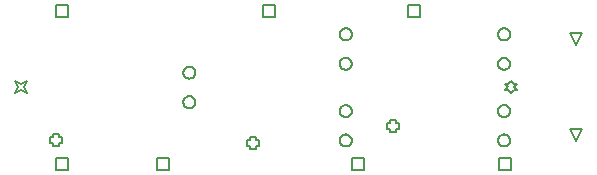
<source format=gbr>
%FSTAX25Y25*%
%MOMM*%
%SFA1B1*%

%IPPOS*%
%ADD50C,0.127000*%
%ADD51C,0.169330*%
%LNmicamp_drawing_1-1*%
%LPD*%
G54D50*
X-4400798Y0599198D02*
Y0700798D01*
X-4299198*
Y0599198*
X-4400798*
Y-0700798D02*
Y-0599198D01*
X-4299198*
Y-0700798*
X-4400798*
X-3550798D02*
Y-0599198D01*
X-3449198*
Y-0700798*
X-3550798*
X-2650799Y0599198D02*
Y0700798D01*
X-2549199*
Y0599198*
X-2650799*
X-1900798Y-0700798D02*
Y-0599198D01*
X-1799198*
Y-0700798*
X-1900798*
X-1425798Y0599198D02*
Y0700798D01*
X-1324198*
Y0599198*
X-1425798*
X-0650798Y-0700798D02*
Y-0599198D01*
X-0549198*
Y-0700798*
X-0650798*
X0Y-0456798D02*
X-00508Y-0355198D01*
X00508*
X0Y-0456798*
Y0355198D02*
X-00508Y0456798D01*
X00508*
X0Y0355198*
X-0549998Y-00508D02*
X-0524598Y-00254D01*
X-0499198*
X-0524598Y0*
X-0499198Y00254*
X-0524598*
X-0549998Y00508*
X-0575398Y00254*
X-0600798*
X-0575398Y0*
X-0600798Y-00254*
X-0575398*
X-0549998Y-00508*
X-4750798D02*
X-4725398Y0D01*
X-4750798Y00508*
X-4699998Y00254*
X-4649198Y00508*
X-4674598Y0*
X-4649198Y-00508*
X-4699998Y-00254*
X-4750798Y-00508*
X-1571599Y-0356699D02*
Y-0382099D01*
X-1520799*
Y-0356699*
X-1495399*
Y-0305899*
X-1520799*
Y-0280499*
X-1571599*
Y-0305899*
X-1596999*
Y-0356699*
X-1571599*
X-2764393Y-0495399D02*
Y-0520799D01*
X-2713593*
Y-0495399*
X-2688193*
Y-0444599*
X-2713593*
Y-0419199*
X-2764393*
Y-0444599*
X-2789793*
Y-0495399*
X-2764393*
X-4425398Y-0470397D02*
Y-0495797D01*
X-4374598*
Y-0470397*
X-4349198*
Y-0419597*
X-4374598*
Y-0394197*
X-4425398*
Y-0419597*
X-4450798*
Y-0470397*
X-4425398*
G54D51*
X-1899198Y-0449999D02*
D01*
X-1899323Y-0446455*
X-1899693Y-0442927*
X-1900308Y-0439437*
X-1901167Y-0435996*
X-1902261Y-0432622*
X-190359Y-0429336*
X-1905144Y-0426148*
X-1906917Y-0423077*
X-1908901Y-0420138*
X-1911083Y-0417344*
X-1913455Y-041471*
X-1916005Y-0412247*
X-1918723Y-0409968*
X-1921591Y-0407883*
X-1924598Y-0406003*
X-192773Y-040434*
X-1930968Y-0402897*
X-1934301Y-0401685*
X-193771Y-0400707*
X-1941177Y-0399971*
X-1944687Y-0399475*
X-1948225Y-0399229*
X-1951771*
X-1955309Y-0399475*
X-195882Y-0399971*
X-1962287Y-0400707*
X-1965695Y-0401685*
X-1969028Y-0402897*
X-1972266Y-040434*
X-1975398Y-0406003*
X-1978406Y-0407883*
X-1981273Y-0409968*
X-1983991Y-0412247*
X-1986541Y-041471*
X-1988913Y-0417344*
X-1991095Y-0420138*
X-1993079Y-0423077*
X-1994852Y-0426148*
X-1996406Y-0429336*
X-1997735Y-0432622*
X-199883Y-0435996*
X-1999688Y-0439437*
X-2000303Y-0442927*
X-2000674Y-0446455*
X-2000798Y-0449999*
X-2000674Y-0453542*
X-2000303Y-0457067*
X-1999688Y-046056*
X-199883Y-0464002*
X-1997735Y-0467372*
X-1996406Y-0470662*
X-1994852Y-0473847*
X-1993079Y-0476918*
X-1991095Y-0479859*
X-1988913Y-0482653*
X-1986541Y-0485287*
X-1983991Y-0487751*
X-1981273Y-0490029*
X-1978406Y-0492114*
X-1975398Y-0493991*
X-1972266Y-0495658*
X-1969028Y-04971*
X-1965695Y-0498312*
X-1962287Y-049929*
X-195882Y-0500026*
X-1955309Y-0500519*
X-1951771Y-0500768*
X-1948225*
X-1944687Y-0500519*
X-1941177Y-0500026*
X-193771Y-049929*
X-1934301Y-0498312*
X-1930968Y-04971*
X-192773Y-0495658*
X-1924598Y-0493991*
X-1921591Y-0492114*
X-1918723Y-0490029*
X-1916005Y-0487751*
X-1913455Y-0485287*
X-1911083Y-0482653*
X-1908901Y-0479859*
X-1906917Y-0476918*
X-1905144Y-0473847*
X-190359Y-0470662*
X-1902261Y-0467372*
X-1901167Y-0464002*
X-1900308Y-046056*
X-1899693Y-0457067*
X-1899323Y-0453542*
X-1899198Y-0449999*
Y-0199999D02*
D01*
X-1899323Y-0196456*
X-1899693Y-0192928*
X-1900308Y-0189435*
X-1901167Y-0185996*
X-1902261Y-0182623*
X-190359Y-0179336*
X-1905144Y-0176149*
X-1906917Y-0173078*
X-1908901Y-0170139*
X-1911083Y-0167345*
X-1913455Y-0164708*
X-1916005Y-0162247*
X-1918723Y-0159966*
X-1921591Y-0157883*
X-1924598Y-0156004*
X-192773Y-015434*
X-1930968Y-0152897*
X-1934301Y-0151686*
X-193771Y-0150708*
X-1941177Y-0149971*
X-1944687Y-0149476*
X-1948225Y-014923*
X-1951771*
X-1955309Y-0149476*
X-195882Y-0149971*
X-1962287Y-0150708*
X-1965695Y-0151686*
X-1969028Y-0152897*
X-1972266Y-015434*
X-1975398Y-0156004*
X-1978406Y-0157883*
X-1981273Y-0159966*
X-1983991Y-0162247*
X-1986541Y-0164708*
X-1988913Y-0167345*
X-1991095Y-0170139*
X-1993079Y-0173078*
X-1994852Y-0176149*
X-1996406Y-0179336*
X-1997735Y-0182623*
X-199883Y-0185996*
X-1999688Y-0189435*
X-2000303Y-0192928*
X-2000674Y-0196456*
X-2000798Y-0199999*
X-2000674Y-0203542*
X-2000303Y-0207068*
X-1999688Y-021056*
X-199883Y-0214*
X-1997735Y-0217373*
X-1996406Y-0220659*
X-1994852Y-0223847*
X-1993079Y-0226918*
X-1991095Y-0229857*
X-1988913Y-0232651*
X-1986541Y-0235287*
X-1983991Y-0237751*
X-1981273Y-024003*
X-1978406Y-0242112*
X-1975398Y-0243992*
X-1972266Y-0245658*
X-1969028Y-0247098*
X-1965695Y-0248312*
X-1962287Y-024929*
X-195882Y-0250027*
X-1955309Y-025052*
X-1951771Y-0250766*
X-1948225*
X-1944687Y-025052*
X-1941177Y-0250027*
X-193771Y-024929*
X-1934301Y-0248312*
X-1930968Y-0247098*
X-192773Y-0245658*
X-1924598Y-0243992*
X-1921591Y-0242112*
X-1918723Y-024003*
X-1916005Y-0237751*
X-1913455Y-0235287*
X-1911083Y-0232651*
X-1908901Y-0229857*
X-1906917Y-0226918*
X-1905144Y-0223847*
X-190359Y-0220659*
X-1902261Y-0217373*
X-1901167Y-0214*
X-1900308Y-021056*
X-1899693Y-0207068*
X-1899323Y-0203542*
X-1899198Y-0199999*
X-3224199Y-0124998D02*
D01*
X-3224321Y-0121455*
X-3224692Y-0117929*
X-3225309Y-0114437*
X-3226165Y-0110995*
X-3227263Y-0107624*
X-3228591Y-0104335*
X-3230145Y-010115*
X-3231918Y-0098079*
X-32339Y-0095138*
X-3236084Y-0092344*
X-3238456Y-008971*
X-3241006Y-0087246*
X-3243722Y-0084968*
X-3246592Y-0082882*
X-3249599Y-0081005*
X-3252729Y-0079339*
X-3255967Y-0077896*
X-32593Y-0076685*
X-3262708Y-0075707*
X-3266178Y-007497*
X-3269688Y-0074477*
X-3273226Y-0074228*
X-3276772*
X-3280308Y-0074477*
X-3283821Y-007497*
X-3287288Y-0075707*
X-3290697Y-0076685*
X-3294029Y-0077896*
X-3297267Y-0079339*
X-3300399Y-0081005*
X-3303404Y-0082882*
X-3306274Y-0084968*
X-330899Y-0087246*
X-331154Y-008971*
X-3313912Y-0092344*
X-3316097Y-0095138*
X-331808Y-0098079*
X-3319853Y-010115*
X-3321405Y-0104335*
X-3322734Y-0107624*
X-3323831Y-0110995*
X-3324689Y-0114437*
X-3325304Y-0117929*
X-3325675Y-0121455*
X-3325799Y-0124998*
X-3325675Y-0128541*
X-3325304Y-0132069*
X-3324689Y-0135559*
X-3323831Y-0139001*
X-3322734Y-0142374*
X-3321405Y-0145661*
X-3319853Y-0148849*
X-331808Y-0151917*
X-3316097Y-0154858*
X-3313912Y-0157652*
X-331154Y-0160286*
X-330899Y-016275*
X-3306274Y-0165028*
X-3303404Y-0167114*
X-3300399Y-0168993*
X-3297267Y-0170657*
X-3294029Y-01721*
X-3290697Y-0173311*
X-3287288Y-0174289*
X-3283821Y-0175026*
X-3280308Y-0175521*
X-3276772Y-0175768*
X-3273226*
X-3269688Y-0175521*
X-3266178Y-0175026*
X-3262708Y-0174289*
X-32593Y-0173311*
X-3255967Y-01721*
X-3252729Y-0170657*
X-3249599Y-0168993*
X-3246592Y-0167114*
X-3243722Y-0165028*
X-3241006Y-016275*
X-3238456Y-0160286*
X-3236084Y-0157652*
X-32339Y-0154858*
X-3231918Y-0151917*
X-3230145Y-0148849*
X-3228591Y-0145661*
X-3227263Y-0142374*
X-3226165Y-0139001*
X-3225309Y-0135559*
X-3224692Y-0132069*
X-3224321Y-0128541*
X-3224199Y-0124998*
Y0124998D02*
D01*
X-3224321Y0128541*
X-3224692Y0132069*
X-3225309Y0135559*
X-3226165Y0139001*
X-3227263Y0142374*
X-3228591Y0145661*
X-3230145Y0148849*
X-3231918Y0151917*
X-32339Y0154858*
X-3236084Y0157652*
X-3238456Y0160286*
X-3241006Y016275*
X-3243722Y0165028*
X-3246592Y0167114*
X-3249599Y0168993*
X-3252729Y0170657*
X-3255967Y01721*
X-32593Y0173311*
X-3262708Y0174289*
X-3266178Y0175026*
X-3269688Y0175521*
X-3273226Y0175768*
X-3276772*
X-3280308Y0175521*
X-3283821Y0175026*
X-3287288Y0174289*
X-3290697Y0173311*
X-3294029Y01721*
X-3297267Y0170657*
X-3300399Y0168993*
X-3303404Y0167114*
X-3306274Y0165028*
X-330899Y016275*
X-331154Y0160286*
X-3313912Y0157652*
X-3316097Y0154858*
X-331808Y0151917*
X-3319853Y0148849*
X-3321405Y0145661*
X-3322734Y0142374*
X-3323831Y0139001*
X-3324689Y0135559*
X-3325304Y0132069*
X-3325675Y0128541*
X-3325799Y0124998*
X-3325675Y0121455*
X-3325304Y0117929*
X-3324689Y0114437*
X-3323831Y0110995*
X-3322734Y0107624*
X-3321405Y0104335*
X-3319853Y010115*
X-331808Y0098079*
X-3316097Y0095138*
X-3313912Y0092344*
X-331154Y008971*
X-330899Y0087246*
X-3306274Y0084968*
X-3303404Y0082882*
X-3300399Y0081005*
X-3297267Y0079339*
X-3294029Y0077896*
X-3290697Y0076685*
X-3287288Y0075707*
X-3283821Y007497*
X-3280308Y0074477*
X-3276772Y0074228*
X-3273226*
X-3269688Y0074477*
X-3266178Y007497*
X-3262708Y0075707*
X-32593Y0076685*
X-3255967Y0077896*
X-3252729Y0079339*
X-3249599Y0081005*
X-3246592Y0082882*
X-3243722Y0084968*
X-3241006Y0087246*
X-3238456Y008971*
X-3236084Y0092344*
X-32339Y0095138*
X-3231918Y0098079*
X-3230145Y010115*
X-3228591Y0104335*
X-3227263Y0107624*
X-3226165Y0110995*
X-3225309Y0114437*
X-3224692Y0117929*
X-3224321Y0121455*
X-3224199Y0124998*
X-1899198Y0199999D02*
D01*
X-1899323Y0203542*
X-1899693Y0207068*
X-1900308Y021056*
X-1901167Y0214*
X-1902261Y0217373*
X-190359Y0220659*
X-1905144Y0223847*
X-1906917Y0226918*
X-1908901Y0229857*
X-1911083Y0232651*
X-1913455Y0235287*
X-1916005Y0237751*
X-1918723Y024003*
X-1921591Y0242112*
X-1924598Y0243992*
X-192773Y0245658*
X-1930968Y0247098*
X-1934301Y0248312*
X-193771Y024929*
X-1941177Y0250027*
X-1944687Y025052*
X-1948225Y0250766*
X-1951771*
X-1955309Y025052*
X-195882Y0250027*
X-1962287Y024929*
X-1965695Y0248312*
X-1969028Y0247098*
X-1972266Y0245658*
X-1975398Y0243992*
X-1978406Y0242112*
X-1981273Y024003*
X-1983991Y0237751*
X-1986541Y0235287*
X-1988913Y0232651*
X-1991095Y0229857*
X-1993079Y0226918*
X-1994852Y0223847*
X-1996406Y0220659*
X-1997735Y0217373*
X-199883Y0214*
X-1999688Y021056*
X-2000303Y0207068*
X-2000674Y0203542*
X-2000798Y0199999*
X-2000674Y0196456*
X-2000303Y0192928*
X-1999688Y0189435*
X-199883Y0185996*
X-1997735Y0182623*
X-1996406Y0179336*
X-1994852Y0176149*
X-1993079Y0173078*
X-1991095Y0170139*
X-1988913Y0167345*
X-1986541Y0164708*
X-1983991Y0162247*
X-1981273Y0159966*
X-1978406Y0157883*
X-1975398Y0156004*
X-1972266Y015434*
X-1969028Y0152897*
X-1965695Y0151686*
X-1962287Y0150708*
X-195882Y0149971*
X-1955309Y0149476*
X-1951771Y014923*
X-1948225*
X-1944687Y0149476*
X-1941177Y0149971*
X-193771Y0150708*
X-1934301Y0151686*
X-1930968Y0152897*
X-192773Y015434*
X-1924598Y0156004*
X-1921591Y0157883*
X-1918723Y0159966*
X-1916005Y0162247*
X-1913455Y0164708*
X-1911083Y0167345*
X-1908901Y0170139*
X-1906917Y0173078*
X-1905144Y0176149*
X-190359Y0179336*
X-1902261Y0182623*
X-1901167Y0185996*
X-1900308Y0189435*
X-1899693Y0192928*
X-1899323Y0196456*
X-1899198Y0199999*
Y0449999D02*
D01*
X-1899323Y0453542*
X-1899693Y0457067*
X-1900308Y046056*
X-1901167Y0464002*
X-1902261Y0467372*
X-190359Y0470662*
X-1905144Y0473847*
X-1906917Y0476918*
X-1908901Y0479859*
X-1911083Y0482653*
X-1913455Y0485287*
X-1916005Y0487751*
X-1918723Y0490029*
X-1921591Y0492114*
X-1924598Y0493991*
X-192773Y0495658*
X-1930968Y04971*
X-1934301Y0498312*
X-193771Y049929*
X-1941177Y0500026*
X-1944687Y0500519*
X-1948225Y0500768*
X-1951771*
X-1955309Y0500519*
X-195882Y0500026*
X-1962287Y049929*
X-1965695Y0498312*
X-1969028Y04971*
X-1972266Y0495658*
X-1975398Y0493991*
X-1978406Y0492114*
X-1981273Y0490029*
X-1983991Y0487751*
X-1986541Y0485287*
X-1988913Y0482653*
X-1991095Y0479859*
X-1993079Y0476918*
X-1994852Y0473847*
X-1996406Y0470662*
X-1997735Y0467372*
X-199883Y0464002*
X-1999688Y046056*
X-2000303Y0457067*
X-2000674Y0453542*
X-2000798Y0449999*
X-2000674Y0446455*
X-2000303Y0442927*
X-1999688Y0439437*
X-199883Y0435996*
X-1997735Y0432622*
X-1996406Y0429336*
X-1994852Y0426148*
X-1993079Y0423077*
X-1991095Y0420138*
X-1988913Y0417344*
X-1986541Y041471*
X-1983991Y0412247*
X-1981273Y0409968*
X-1978406Y0407883*
X-1975398Y0406003*
X-1972266Y040434*
X-1969028Y0402897*
X-1965695Y0401685*
X-1962287Y0400707*
X-195882Y0399971*
X-1955309Y0399475*
X-1951771Y0399229*
X-1948225*
X-1944687Y0399475*
X-1941177Y0399971*
X-193771Y0400707*
X-1934301Y0401685*
X-1930968Y0402897*
X-192773Y040434*
X-1924598Y0406003*
X-1921591Y0407883*
X-1918723Y0409968*
X-1916005Y0412247*
X-1913455Y041471*
X-1911083Y0417344*
X-1908901Y0420138*
X-1906917Y0423077*
X-1905144Y0426148*
X-190359Y0429336*
X-1902261Y0432622*
X-1901167Y0435996*
X-1900308Y0439437*
X-1899693Y0442927*
X-1899323Y0446455*
X-1899198Y0449999*
X-0559198Y-0199999D02*
D01*
X-0559323Y-0196456*
X-0559694Y-0192928*
X-0560308Y-0189435*
X-0561167Y-0185996*
X-0562262Y-0182623*
X-056359Y-0179336*
X-0565144Y-0176149*
X-0566917Y-0173078*
X-0568901Y-0170139*
X-0571083Y-0167345*
X-0573455Y-0164708*
X-0576005Y-0162247*
X-0578723Y-0159966*
X-0581591Y-0157883*
X-0584598Y-0156004*
X-058773Y-015434*
X-0590969Y-0152897*
X-0594301Y-0151686*
X-059771Y-0150708*
X-0601177Y-0149971*
X-0604687Y-0149476*
X-0608225Y-014923*
X-0611771*
X-0615309Y-0149476*
X-061882Y-0149971*
X-0622287Y-0150708*
X-0625695Y-0151686*
X-0629028Y-0152897*
X-0632266Y-015434*
X-0635398Y-0156004*
X-0638406Y-0157883*
X-0641273Y-0159966*
X-0643991Y-0162247*
X-0646541Y-0164708*
X-0648914Y-0167345*
X-0651095Y-0170139*
X-0653079Y-0173078*
X-0654852Y-0176149*
X-0656407Y-0179336*
X-0657735Y-0182623*
X-065883Y-0185996*
X-0659688Y-0189435*
X-0660303Y-0192928*
X-0660674Y-0196456*
X-0660798Y-0199999*
X-0660674Y-0203542*
X-0660303Y-0207068*
X-0659688Y-021056*
X-065883Y-0214*
X-0657735Y-0217373*
X-0656407Y-0220659*
X-0654852Y-0223847*
X-0653079Y-0226918*
X-0651095Y-0229857*
X-0648914Y-0232651*
X-0646541Y-0235287*
X-0643991Y-0237751*
X-0641273Y-024003*
X-0638406Y-0242112*
X-0635398Y-0243992*
X-0632266Y-0245658*
X-0629028Y-0247098*
X-0625695Y-0248312*
X-0622287Y-024929*
X-061882Y-0250027*
X-0615309Y-025052*
X-0611771Y-0250766*
X-0608225*
X-0604687Y-025052*
X-0601177Y-0250027*
X-059771Y-024929*
X-0594301Y-0248312*
X-0590969Y-0247098*
X-058773Y-0245658*
X-0584598Y-0243992*
X-0581591Y-0242112*
X-0578723Y-024003*
X-0576005Y-0237751*
X-0573455Y-0235287*
X-0571083Y-0232651*
X-0568901Y-0229857*
X-0566917Y-0226918*
X-0565144Y-0223847*
X-056359Y-0220659*
X-0562262Y-0217373*
X-0561167Y-0214*
X-0560308Y-021056*
X-0559694Y-0207068*
X-0559323Y-0203542*
X-0559198Y-0199999*
Y-0449999D02*
D01*
X-0559323Y-0446455*
X-0559694Y-0442927*
X-0560308Y-0439437*
X-0561167Y-0435996*
X-0562262Y-0432622*
X-056359Y-0429336*
X-0565144Y-0426148*
X-0566917Y-0423077*
X-0568901Y-0420138*
X-0571083Y-0417344*
X-0573455Y-041471*
X-0576005Y-0412247*
X-0578723Y-0409968*
X-0581591Y-0407883*
X-0584598Y-0406003*
X-058773Y-040434*
X-0590969Y-0402897*
X-0594301Y-0401685*
X-059771Y-0400707*
X-0601177Y-0399971*
X-0604687Y-0399475*
X-0608225Y-0399229*
X-0611771*
X-0615309Y-0399475*
X-061882Y-0399971*
X-0622287Y-0400707*
X-0625695Y-0401685*
X-0629028Y-0402897*
X-0632266Y-040434*
X-0635398Y-0406003*
X-0638406Y-0407883*
X-0641273Y-0409968*
X-0643991Y-0412247*
X-0646541Y-041471*
X-0648914Y-0417344*
X-0651095Y-0420138*
X-0653079Y-0423077*
X-0654852Y-0426148*
X-0656407Y-0429336*
X-0657735Y-0432622*
X-065883Y-0435996*
X-0659688Y-0439437*
X-0660303Y-0442927*
X-0660674Y-0446455*
X-0660798Y-0449999*
X-0660674Y-0453542*
X-0660303Y-0457067*
X-0659688Y-046056*
X-065883Y-0464002*
X-0657735Y-0467372*
X-0656407Y-0470662*
X-0654852Y-0473847*
X-0653079Y-0476918*
X-0651095Y-0479859*
X-0648914Y-0482653*
X-0646541Y-0485287*
X-0643991Y-0487751*
X-0641273Y-0490029*
X-0638406Y-0492114*
X-0635398Y-0493991*
X-0632266Y-0495658*
X-0629028Y-04971*
X-0625695Y-0498312*
X-0622287Y-049929*
X-061882Y-0500026*
X-0615309Y-0500519*
X-0611771Y-0500768*
X-0608225*
X-0604687Y-0500519*
X-0601177Y-0500026*
X-059771Y-049929*
X-0594301Y-0498312*
X-0590969Y-04971*
X-058773Y-0495658*
X-0584598Y-0493991*
X-0581591Y-0492114*
X-0578723Y-0490029*
X-0576005Y-0487751*
X-0573455Y-0485287*
X-0571083Y-0482653*
X-0568901Y-0479859*
X-0566917Y-0476918*
X-0565144Y-0473847*
X-056359Y-0470662*
X-0562262Y-0467372*
X-0561167Y-0464002*
X-0560308Y-046056*
X-0559694Y-0457067*
X-0559323Y-0453542*
X-0559198Y-0449999*
Y0449999D02*
D01*
X-0559323Y0453542*
X-0559694Y0457067*
X-0560308Y046056*
X-0561167Y0464002*
X-0562262Y0467372*
X-056359Y0470662*
X-0565144Y0473847*
X-0566917Y0476918*
X-0568901Y0479859*
X-0571083Y0482653*
X-0573455Y0485287*
X-0576005Y0487751*
X-0578723Y0490029*
X-0581591Y0492114*
X-0584598Y0493991*
X-058773Y0495658*
X-0590969Y04971*
X-0594301Y0498312*
X-059771Y049929*
X-0601177Y0500026*
X-0604687Y0500519*
X-0608225Y0500768*
X-0611771*
X-0615309Y0500519*
X-061882Y0500026*
X-0622287Y049929*
X-0625695Y0498312*
X-0629028Y04971*
X-0632266Y0495658*
X-0635398Y0493991*
X-0638406Y0492114*
X-0641273Y0490029*
X-0643991Y0487751*
X-0646541Y0485287*
X-0648914Y0482653*
X-0651095Y0479859*
X-0653079Y0476918*
X-0654852Y0473847*
X-0656407Y0470662*
X-0657735Y0467372*
X-065883Y0464002*
X-0659688Y046056*
X-0660303Y0457067*
X-0660674Y0453542*
X-0660798Y0449999*
X-0660674Y0446455*
X-0660303Y0442927*
X-0659688Y0439437*
X-065883Y0435996*
X-0657735Y0432622*
X-0656407Y0429336*
X-0654852Y0426148*
X-0653079Y0423077*
X-0651095Y0420138*
X-0648914Y0417344*
X-0646541Y041471*
X-0643991Y0412247*
X-0641273Y0409968*
X-0638406Y0407883*
X-0635398Y0406003*
X-0632266Y040434*
X-0629028Y0402897*
X-0625695Y0401685*
X-0622287Y0400707*
X-061882Y0399971*
X-0615309Y0399475*
X-0611771Y0399229*
X-0608225*
X-0604687Y0399475*
X-0601177Y0399971*
X-059771Y0400707*
X-0594301Y0401685*
X-0590969Y0402897*
X-058773Y040434*
X-0584598Y0406003*
X-0581591Y0407883*
X-0578723Y0409968*
X-0576005Y0412247*
X-0573455Y041471*
X-0571083Y0417344*
X-0568901Y0420138*
X-0566917Y0423077*
X-0565144Y0426148*
X-056359Y0429336*
X-0562262Y0432622*
X-0561167Y0435996*
X-0560308Y0439437*
X-0559694Y0442927*
X-0559323Y0446455*
X-0559198Y0449999*
Y0199999D02*
D01*
X-0559323Y0203542*
X-0559694Y0207068*
X-0560308Y021056*
X-0561167Y0214*
X-0562262Y0217373*
X-056359Y0220659*
X-0565144Y0223847*
X-0566917Y0226918*
X-0568901Y0229857*
X-0571083Y0232651*
X-0573455Y0235287*
X-0576005Y0237751*
X-0578723Y024003*
X-0581591Y0242112*
X-0584598Y0243992*
X-058773Y0245658*
X-0590969Y0247098*
X-0594301Y0248312*
X-059771Y024929*
X-0601177Y0250027*
X-0604687Y025052*
X-0608225Y0250766*
X-0611771*
X-0615309Y025052*
X-061882Y0250027*
X-0622287Y024929*
X-0625695Y0248312*
X-0629028Y0247098*
X-0632266Y0245658*
X-0635398Y0243992*
X-0638406Y0242112*
X-0641273Y024003*
X-0643991Y0237751*
X-0646541Y0235287*
X-0648914Y0232651*
X-0651095Y0229857*
X-0653079Y0226918*
X-0654852Y0223847*
X-0656407Y0220659*
X-0657735Y0217373*
X-065883Y0214*
X-0659688Y021056*
X-0660303Y0207068*
X-0660674Y0203542*
X-0660798Y0199999*
X-0660674Y0196456*
X-0660303Y0192928*
X-0659688Y0189435*
X-065883Y0185996*
X-0657735Y0182623*
X-0656407Y0179336*
X-0654852Y0176149*
X-0653079Y0173078*
X-0651095Y0170139*
X-0648914Y0167345*
X-0646541Y0164708*
X-0643991Y0162247*
X-0641273Y0159966*
X-0638406Y0157883*
X-0635398Y0156004*
X-0632266Y015434*
X-0629028Y0152897*
X-0625695Y0151686*
X-0622287Y0150708*
X-061882Y0149971*
X-0615309Y0149476*
X-0611771Y014923*
X-0608225*
X-0604687Y0149476*
X-0601177Y0149971*
X-059771Y0150708*
X-0594301Y0151686*
X-0590969Y0152897*
X-058773Y015434*
X-0584598Y0156004*
X-0581591Y0157883*
X-0578723Y0159966*
X-0576005Y0162247*
X-0573455Y0164708*
X-0571083Y0167345*
X-0568901Y0170139*
X-0566917Y0173078*
X-0565144Y0176149*
X-056359Y0179336*
X-0562262Y0182623*
X-0561167Y0185996*
X-0560308Y0189435*
X-0559694Y0192928*
X-0559323Y0196456*
X-0559198Y0199999*
M02*
</source>
